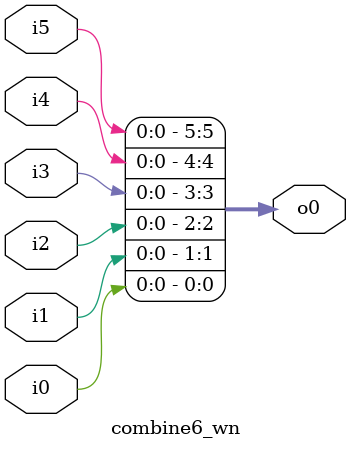
<source format=v>

`timescale 1 ns / 10 ps

module combine6_wn ( i0, i1, i2, i3, i4, i5, o0 );

   // synopsys template
   parameter inwidth = 1;

   input    [inwidth-1:0] i0;
   wire     [inwidth-1:0] i0;

   input    [inwidth-1:0] i1;
   wire     [inwidth-1:0] i1;

   input    [inwidth-1:0] i2;
   wire     [inwidth-1:0] i2;

   input    [inwidth-1:0] i3;
   wire     [inwidth-1:0] i3;

   input    [inwidth-1:0] i4;
   wire     [inwidth-1:0] i4;

   input    [inwidth-1:0] i5;
   wire     [inwidth-1:0] i5;


   output [6*inwidth-1:0] o0;
   wire   [6*inwidth-1:0] o0;


   assign o0 = {i5, i4, i3, i2, i1, i0};

endmodule


</source>
